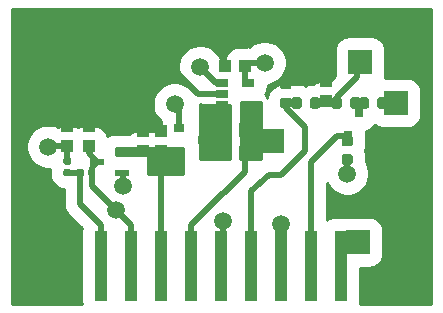
<source format=gbr>
G04 #@! TF.GenerationSoftware,KiCad,Pcbnew,5.1.5+dfsg1-2~bpo9+1*
G04 #@! TF.CreationDate,2020-06-16T11:15:04-04:00*
G04 #@! TF.ProjectId,driver_card,64726976-6572-45f6-9361-72642e6b6963,rev?*
G04 #@! TF.SameCoordinates,PX649cd60PY6d321a0*
G04 #@! TF.FileFunction,Copper,L1,Top*
G04 #@! TF.FilePolarity,Positive*
%FSLAX46Y46*%
G04 Gerber Fmt 4.6, Leading zero omitted, Abs format (unit mm)*
G04 Created by KiCad (PCBNEW 5.1.5+dfsg1-2~bpo9+1) date 2020-06-16 11:15:04*
%MOMM*%
%LPD*%
G04 APERTURE LIST*
%ADD10R,1.018540X5.999480*%
%ADD11R,1.099820X0.998220*%
%ADD12R,0.998220X1.099820*%
%ADD13R,2.000000X2.000000*%
%ADD14C,0.150000*%
%ADD15R,1.300000X0.600000*%
%ADD16R,1.060000X0.650000*%
%ADD17R,0.900000X0.800000*%
%ADD18R,0.800000X0.900000*%
%ADD19C,1.500000*%
%ADD20C,0.500000*%
%ADD21C,0.254000*%
G04 APERTURE END LIST*
D10*
X27960000Y-21900000D03*
X25420000Y-21900000D03*
X22880000Y-21900000D03*
X20340000Y-21900000D03*
X17800000Y-21900000D03*
X15260000Y-21900000D03*
X12720000Y-21900000D03*
X10180000Y-21900000D03*
X7640000Y-21900000D03*
X5100000Y-21900000D03*
D11*
X19848360Y-5000000D03*
X18151640Y-5000000D03*
D12*
X4800000Y-10051640D03*
X4800000Y-11748360D03*
X12700000Y-12148360D03*
X12700000Y-10451640D03*
X11200000Y-12148360D03*
X11200000Y-10451640D03*
X6600000Y-11748360D03*
X6600000Y-10051640D03*
X26700000Y-7948360D03*
X26700000Y-6251640D03*
D13*
X22100000Y-11300000D03*
X29600000Y-4600000D03*
G04 #@! TA.AperFunction,SMDPad,CuDef*
D14*
G36*
X28777691Y-12451053D02*
G01*
X28798926Y-12454203D01*
X28819750Y-12459419D01*
X28839962Y-12466651D01*
X28859368Y-12475830D01*
X28877781Y-12486866D01*
X28895024Y-12499654D01*
X28910930Y-12514070D01*
X28925346Y-12529976D01*
X28938134Y-12547219D01*
X28949170Y-12565632D01*
X28958349Y-12585038D01*
X28965581Y-12605250D01*
X28970797Y-12626074D01*
X28973947Y-12647309D01*
X28975000Y-12668750D01*
X28975000Y-13106250D01*
X28973947Y-13127691D01*
X28970797Y-13148926D01*
X28965581Y-13169750D01*
X28958349Y-13189962D01*
X28949170Y-13209368D01*
X28938134Y-13227781D01*
X28925346Y-13245024D01*
X28910930Y-13260930D01*
X28895024Y-13275346D01*
X28877781Y-13288134D01*
X28859368Y-13299170D01*
X28839962Y-13308349D01*
X28819750Y-13315581D01*
X28798926Y-13320797D01*
X28777691Y-13323947D01*
X28756250Y-13325000D01*
X28243750Y-13325000D01*
X28222309Y-13323947D01*
X28201074Y-13320797D01*
X28180250Y-13315581D01*
X28160038Y-13308349D01*
X28140632Y-13299170D01*
X28122219Y-13288134D01*
X28104976Y-13275346D01*
X28089070Y-13260930D01*
X28074654Y-13245024D01*
X28061866Y-13227781D01*
X28050830Y-13209368D01*
X28041651Y-13189962D01*
X28034419Y-13169750D01*
X28029203Y-13148926D01*
X28026053Y-13127691D01*
X28025000Y-13106250D01*
X28025000Y-12668750D01*
X28026053Y-12647309D01*
X28029203Y-12626074D01*
X28034419Y-12605250D01*
X28041651Y-12585038D01*
X28050830Y-12565632D01*
X28061866Y-12547219D01*
X28074654Y-12529976D01*
X28089070Y-12514070D01*
X28104976Y-12499654D01*
X28122219Y-12486866D01*
X28140632Y-12475830D01*
X28160038Y-12466651D01*
X28180250Y-12459419D01*
X28201074Y-12454203D01*
X28222309Y-12451053D01*
X28243750Y-12450000D01*
X28756250Y-12450000D01*
X28777691Y-12451053D01*
G37*
G04 #@! TD.AperFunction*
G04 #@! TA.AperFunction,SMDPad,CuDef*
G36*
X28777691Y-10876053D02*
G01*
X28798926Y-10879203D01*
X28819750Y-10884419D01*
X28839962Y-10891651D01*
X28859368Y-10900830D01*
X28877781Y-10911866D01*
X28895024Y-10924654D01*
X28910930Y-10939070D01*
X28925346Y-10954976D01*
X28938134Y-10972219D01*
X28949170Y-10990632D01*
X28958349Y-11010038D01*
X28965581Y-11030250D01*
X28970797Y-11051074D01*
X28973947Y-11072309D01*
X28975000Y-11093750D01*
X28975000Y-11531250D01*
X28973947Y-11552691D01*
X28970797Y-11573926D01*
X28965581Y-11594750D01*
X28958349Y-11614962D01*
X28949170Y-11634368D01*
X28938134Y-11652781D01*
X28925346Y-11670024D01*
X28910930Y-11685930D01*
X28895024Y-11700346D01*
X28877781Y-11713134D01*
X28859368Y-11724170D01*
X28839962Y-11733349D01*
X28819750Y-11740581D01*
X28798926Y-11745797D01*
X28777691Y-11748947D01*
X28756250Y-11750000D01*
X28243750Y-11750000D01*
X28222309Y-11748947D01*
X28201074Y-11745797D01*
X28180250Y-11740581D01*
X28160038Y-11733349D01*
X28140632Y-11724170D01*
X28122219Y-11713134D01*
X28104976Y-11700346D01*
X28089070Y-11685930D01*
X28074654Y-11670024D01*
X28061866Y-11652781D01*
X28050830Y-11634368D01*
X28041651Y-11614962D01*
X28034419Y-11594750D01*
X28029203Y-11573926D01*
X28026053Y-11552691D01*
X28025000Y-11531250D01*
X28025000Y-11093750D01*
X28026053Y-11072309D01*
X28029203Y-11051074D01*
X28034419Y-11030250D01*
X28041651Y-11010038D01*
X28050830Y-10990632D01*
X28061866Y-10972219D01*
X28074654Y-10954976D01*
X28089070Y-10939070D01*
X28104976Y-10924654D01*
X28122219Y-10911866D01*
X28140632Y-10900830D01*
X28160038Y-10891651D01*
X28180250Y-10884419D01*
X28201074Y-10879203D01*
X28222309Y-10876053D01*
X28243750Y-10875000D01*
X28756250Y-10875000D01*
X28777691Y-10876053D01*
G37*
G04 #@! TD.AperFunction*
D13*
X29400000Y-19900000D03*
X32600000Y-8100000D03*
D15*
X9450000Y-14050000D03*
X9450000Y-12150000D03*
X7350000Y-13100000D03*
G04 #@! TA.AperFunction,SMDPad,CuDef*
D14*
G36*
X29427691Y-7626053D02*
G01*
X29448926Y-7629203D01*
X29469750Y-7634419D01*
X29489962Y-7641651D01*
X29509368Y-7650830D01*
X29527781Y-7661866D01*
X29545024Y-7674654D01*
X29560930Y-7689070D01*
X29575346Y-7704976D01*
X29588134Y-7722219D01*
X29599170Y-7740632D01*
X29608349Y-7760038D01*
X29615581Y-7780250D01*
X29620797Y-7801074D01*
X29623947Y-7822309D01*
X29625000Y-7843750D01*
X29625000Y-8356250D01*
X29623947Y-8377691D01*
X29620797Y-8398926D01*
X29615581Y-8419750D01*
X29608349Y-8439962D01*
X29599170Y-8459368D01*
X29588134Y-8477781D01*
X29575346Y-8495024D01*
X29560930Y-8510930D01*
X29545024Y-8525346D01*
X29527781Y-8538134D01*
X29509368Y-8549170D01*
X29489962Y-8558349D01*
X29469750Y-8565581D01*
X29448926Y-8570797D01*
X29427691Y-8573947D01*
X29406250Y-8575000D01*
X28968750Y-8575000D01*
X28947309Y-8573947D01*
X28926074Y-8570797D01*
X28905250Y-8565581D01*
X28885038Y-8558349D01*
X28865632Y-8549170D01*
X28847219Y-8538134D01*
X28829976Y-8525346D01*
X28814070Y-8510930D01*
X28799654Y-8495024D01*
X28786866Y-8477781D01*
X28775830Y-8459368D01*
X28766651Y-8439962D01*
X28759419Y-8419750D01*
X28754203Y-8398926D01*
X28751053Y-8377691D01*
X28750000Y-8356250D01*
X28750000Y-7843750D01*
X28751053Y-7822309D01*
X28754203Y-7801074D01*
X28759419Y-7780250D01*
X28766651Y-7760038D01*
X28775830Y-7740632D01*
X28786866Y-7722219D01*
X28799654Y-7704976D01*
X28814070Y-7689070D01*
X28829976Y-7674654D01*
X28847219Y-7661866D01*
X28865632Y-7650830D01*
X28885038Y-7641651D01*
X28905250Y-7634419D01*
X28926074Y-7629203D01*
X28947309Y-7626053D01*
X28968750Y-7625000D01*
X29406250Y-7625000D01*
X29427691Y-7626053D01*
G37*
G04 #@! TD.AperFunction*
G04 #@! TA.AperFunction,SMDPad,CuDef*
G36*
X27852691Y-7626053D02*
G01*
X27873926Y-7629203D01*
X27894750Y-7634419D01*
X27914962Y-7641651D01*
X27934368Y-7650830D01*
X27952781Y-7661866D01*
X27970024Y-7674654D01*
X27985930Y-7689070D01*
X28000346Y-7704976D01*
X28013134Y-7722219D01*
X28024170Y-7740632D01*
X28033349Y-7760038D01*
X28040581Y-7780250D01*
X28045797Y-7801074D01*
X28048947Y-7822309D01*
X28050000Y-7843750D01*
X28050000Y-8356250D01*
X28048947Y-8377691D01*
X28045797Y-8398926D01*
X28040581Y-8419750D01*
X28033349Y-8439962D01*
X28024170Y-8459368D01*
X28013134Y-8477781D01*
X28000346Y-8495024D01*
X27985930Y-8510930D01*
X27970024Y-8525346D01*
X27952781Y-8538134D01*
X27934368Y-8549170D01*
X27914962Y-8558349D01*
X27894750Y-8565581D01*
X27873926Y-8570797D01*
X27852691Y-8573947D01*
X27831250Y-8575000D01*
X27393750Y-8575000D01*
X27372309Y-8573947D01*
X27351074Y-8570797D01*
X27330250Y-8565581D01*
X27310038Y-8558349D01*
X27290632Y-8549170D01*
X27272219Y-8538134D01*
X27254976Y-8525346D01*
X27239070Y-8510930D01*
X27224654Y-8495024D01*
X27211866Y-8477781D01*
X27200830Y-8459368D01*
X27191651Y-8439962D01*
X27184419Y-8419750D01*
X27179203Y-8398926D01*
X27176053Y-8377691D01*
X27175000Y-8356250D01*
X27175000Y-7843750D01*
X27176053Y-7822309D01*
X27179203Y-7801074D01*
X27184419Y-7780250D01*
X27191651Y-7760038D01*
X27200830Y-7740632D01*
X27211866Y-7722219D01*
X27224654Y-7704976D01*
X27239070Y-7689070D01*
X27254976Y-7674654D01*
X27272219Y-7661866D01*
X27290632Y-7650830D01*
X27310038Y-7641651D01*
X27330250Y-7634419D01*
X27351074Y-7629203D01*
X27372309Y-7626053D01*
X27393750Y-7625000D01*
X27831250Y-7625000D01*
X27852691Y-7626053D01*
G37*
G04 #@! TD.AperFunction*
D16*
X20100000Y-6400000D03*
X20100000Y-8300000D03*
X17900000Y-8300000D03*
X17900000Y-7350000D03*
X17900000Y-6400000D03*
G04 #@! TA.AperFunction,SMDPad,CuDef*
D14*
G36*
X18230142Y-11601174D02*
G01*
X18253803Y-11604684D01*
X18277007Y-11610496D01*
X18299529Y-11618554D01*
X18321153Y-11628782D01*
X18341670Y-11641079D01*
X18360883Y-11655329D01*
X18378607Y-11671393D01*
X18394671Y-11689117D01*
X18408921Y-11708330D01*
X18421218Y-11728847D01*
X18431446Y-11750471D01*
X18439504Y-11772993D01*
X18445316Y-11796197D01*
X18448826Y-11819858D01*
X18450000Y-11843750D01*
X18450000Y-12756250D01*
X18448826Y-12780142D01*
X18445316Y-12803803D01*
X18439504Y-12827007D01*
X18431446Y-12849529D01*
X18421218Y-12871153D01*
X18408921Y-12891670D01*
X18394671Y-12910883D01*
X18378607Y-12928607D01*
X18360883Y-12944671D01*
X18341670Y-12958921D01*
X18321153Y-12971218D01*
X18299529Y-12981446D01*
X18277007Y-12989504D01*
X18253803Y-12995316D01*
X18230142Y-12998826D01*
X18206250Y-13000000D01*
X17718750Y-13000000D01*
X17694858Y-12998826D01*
X17671197Y-12995316D01*
X17647993Y-12989504D01*
X17625471Y-12981446D01*
X17603847Y-12971218D01*
X17583330Y-12958921D01*
X17564117Y-12944671D01*
X17546393Y-12928607D01*
X17530329Y-12910883D01*
X17516079Y-12891670D01*
X17503782Y-12871153D01*
X17493554Y-12849529D01*
X17485496Y-12827007D01*
X17479684Y-12803803D01*
X17476174Y-12780142D01*
X17475000Y-12756250D01*
X17475000Y-11843750D01*
X17476174Y-11819858D01*
X17479684Y-11796197D01*
X17485496Y-11772993D01*
X17493554Y-11750471D01*
X17503782Y-11728847D01*
X17516079Y-11708330D01*
X17530329Y-11689117D01*
X17546393Y-11671393D01*
X17564117Y-11655329D01*
X17583330Y-11641079D01*
X17603847Y-11628782D01*
X17625471Y-11618554D01*
X17647993Y-11610496D01*
X17671197Y-11604684D01*
X17694858Y-11601174D01*
X17718750Y-11600000D01*
X18206250Y-11600000D01*
X18230142Y-11601174D01*
G37*
G04 #@! TD.AperFunction*
G04 #@! TA.AperFunction,SMDPad,CuDef*
G36*
X20105142Y-11601174D02*
G01*
X20128803Y-11604684D01*
X20152007Y-11610496D01*
X20174529Y-11618554D01*
X20196153Y-11628782D01*
X20216670Y-11641079D01*
X20235883Y-11655329D01*
X20253607Y-11671393D01*
X20269671Y-11689117D01*
X20283921Y-11708330D01*
X20296218Y-11728847D01*
X20306446Y-11750471D01*
X20314504Y-11772993D01*
X20320316Y-11796197D01*
X20323826Y-11819858D01*
X20325000Y-11843750D01*
X20325000Y-12756250D01*
X20323826Y-12780142D01*
X20320316Y-12803803D01*
X20314504Y-12827007D01*
X20306446Y-12849529D01*
X20296218Y-12871153D01*
X20283921Y-12891670D01*
X20269671Y-12910883D01*
X20253607Y-12928607D01*
X20235883Y-12944671D01*
X20216670Y-12958921D01*
X20196153Y-12971218D01*
X20174529Y-12981446D01*
X20152007Y-12989504D01*
X20128803Y-12995316D01*
X20105142Y-12998826D01*
X20081250Y-13000000D01*
X19593750Y-13000000D01*
X19569858Y-12998826D01*
X19546197Y-12995316D01*
X19522993Y-12989504D01*
X19500471Y-12981446D01*
X19478847Y-12971218D01*
X19458330Y-12958921D01*
X19439117Y-12944671D01*
X19421393Y-12928607D01*
X19405329Y-12910883D01*
X19391079Y-12891670D01*
X19378782Y-12871153D01*
X19368554Y-12849529D01*
X19360496Y-12827007D01*
X19354684Y-12803803D01*
X19351174Y-12780142D01*
X19350000Y-12756250D01*
X19350000Y-11843750D01*
X19351174Y-11819858D01*
X19354684Y-11796197D01*
X19360496Y-11772993D01*
X19368554Y-11750471D01*
X19378782Y-11728847D01*
X19391079Y-11708330D01*
X19405329Y-11689117D01*
X19421393Y-11671393D01*
X19439117Y-11655329D01*
X19458330Y-11641079D01*
X19478847Y-11628782D01*
X19500471Y-11618554D01*
X19522993Y-11610496D01*
X19546197Y-11604684D01*
X19569858Y-11601174D01*
X19593750Y-11600000D01*
X20081250Y-11600000D01*
X20105142Y-11601174D01*
G37*
G04 #@! TD.AperFunction*
G04 #@! TA.AperFunction,SMDPad,CuDef*
G36*
X18230142Y-9701174D02*
G01*
X18253803Y-9704684D01*
X18277007Y-9710496D01*
X18299529Y-9718554D01*
X18321153Y-9728782D01*
X18341670Y-9741079D01*
X18360883Y-9755329D01*
X18378607Y-9771393D01*
X18394671Y-9789117D01*
X18408921Y-9808330D01*
X18421218Y-9828847D01*
X18431446Y-9850471D01*
X18439504Y-9872993D01*
X18445316Y-9896197D01*
X18448826Y-9919858D01*
X18450000Y-9943750D01*
X18450000Y-10856250D01*
X18448826Y-10880142D01*
X18445316Y-10903803D01*
X18439504Y-10927007D01*
X18431446Y-10949529D01*
X18421218Y-10971153D01*
X18408921Y-10991670D01*
X18394671Y-11010883D01*
X18378607Y-11028607D01*
X18360883Y-11044671D01*
X18341670Y-11058921D01*
X18321153Y-11071218D01*
X18299529Y-11081446D01*
X18277007Y-11089504D01*
X18253803Y-11095316D01*
X18230142Y-11098826D01*
X18206250Y-11100000D01*
X17718750Y-11100000D01*
X17694858Y-11098826D01*
X17671197Y-11095316D01*
X17647993Y-11089504D01*
X17625471Y-11081446D01*
X17603847Y-11071218D01*
X17583330Y-11058921D01*
X17564117Y-11044671D01*
X17546393Y-11028607D01*
X17530329Y-11010883D01*
X17516079Y-10991670D01*
X17503782Y-10971153D01*
X17493554Y-10949529D01*
X17485496Y-10927007D01*
X17479684Y-10903803D01*
X17476174Y-10880142D01*
X17475000Y-10856250D01*
X17475000Y-9943750D01*
X17476174Y-9919858D01*
X17479684Y-9896197D01*
X17485496Y-9872993D01*
X17493554Y-9850471D01*
X17503782Y-9828847D01*
X17516079Y-9808330D01*
X17530329Y-9789117D01*
X17546393Y-9771393D01*
X17564117Y-9755329D01*
X17583330Y-9741079D01*
X17603847Y-9728782D01*
X17625471Y-9718554D01*
X17647993Y-9710496D01*
X17671197Y-9704684D01*
X17694858Y-9701174D01*
X17718750Y-9700000D01*
X18206250Y-9700000D01*
X18230142Y-9701174D01*
G37*
G04 #@! TD.AperFunction*
G04 #@! TA.AperFunction,SMDPad,CuDef*
G36*
X20105142Y-9701174D02*
G01*
X20128803Y-9704684D01*
X20152007Y-9710496D01*
X20174529Y-9718554D01*
X20196153Y-9728782D01*
X20216670Y-9741079D01*
X20235883Y-9755329D01*
X20253607Y-9771393D01*
X20269671Y-9789117D01*
X20283921Y-9808330D01*
X20296218Y-9828847D01*
X20306446Y-9850471D01*
X20314504Y-9872993D01*
X20320316Y-9896197D01*
X20323826Y-9919858D01*
X20325000Y-9943750D01*
X20325000Y-10856250D01*
X20323826Y-10880142D01*
X20320316Y-10903803D01*
X20314504Y-10927007D01*
X20306446Y-10949529D01*
X20296218Y-10971153D01*
X20283921Y-10991670D01*
X20269671Y-11010883D01*
X20253607Y-11028607D01*
X20235883Y-11044671D01*
X20216670Y-11058921D01*
X20196153Y-11071218D01*
X20174529Y-11081446D01*
X20152007Y-11089504D01*
X20128803Y-11095316D01*
X20105142Y-11098826D01*
X20081250Y-11100000D01*
X19593750Y-11100000D01*
X19569858Y-11098826D01*
X19546197Y-11095316D01*
X19522993Y-11089504D01*
X19500471Y-11081446D01*
X19478847Y-11071218D01*
X19458330Y-11058921D01*
X19439117Y-11044671D01*
X19421393Y-11028607D01*
X19405329Y-11010883D01*
X19391079Y-10991670D01*
X19378782Y-10971153D01*
X19368554Y-10949529D01*
X19360496Y-10927007D01*
X19354684Y-10903803D01*
X19351174Y-10880142D01*
X19350000Y-10856250D01*
X19350000Y-9943750D01*
X19351174Y-9919858D01*
X19354684Y-9896197D01*
X19360496Y-9872993D01*
X19368554Y-9850471D01*
X19378782Y-9828847D01*
X19391079Y-9808330D01*
X19405329Y-9789117D01*
X19421393Y-9771393D01*
X19439117Y-9755329D01*
X19458330Y-9741079D01*
X19478847Y-9728782D01*
X19500471Y-9718554D01*
X19522993Y-9710496D01*
X19546197Y-9704684D01*
X19569858Y-9701174D01*
X19593750Y-9700000D01*
X20081250Y-9700000D01*
X20105142Y-9701174D01*
G37*
G04 #@! TD.AperFunction*
G04 #@! TA.AperFunction,SMDPad,CuDef*
G36*
X6076958Y-13680710D02*
G01*
X6091276Y-13682834D01*
X6105317Y-13686351D01*
X6118946Y-13691228D01*
X6132031Y-13697417D01*
X6144447Y-13704858D01*
X6156073Y-13713481D01*
X6166798Y-13723202D01*
X6176519Y-13733927D01*
X6185142Y-13745553D01*
X6192583Y-13757969D01*
X6198772Y-13771054D01*
X6203649Y-13784683D01*
X6207166Y-13798724D01*
X6209290Y-13813042D01*
X6210000Y-13827500D01*
X6210000Y-14172500D01*
X6209290Y-14186958D01*
X6207166Y-14201276D01*
X6203649Y-14215317D01*
X6198772Y-14228946D01*
X6192583Y-14242031D01*
X6185142Y-14254447D01*
X6176519Y-14266073D01*
X6166798Y-14276798D01*
X6156073Y-14286519D01*
X6144447Y-14295142D01*
X6132031Y-14302583D01*
X6118946Y-14308772D01*
X6105317Y-14313649D01*
X6091276Y-14317166D01*
X6076958Y-14319290D01*
X6062500Y-14320000D01*
X5767500Y-14320000D01*
X5753042Y-14319290D01*
X5738724Y-14317166D01*
X5724683Y-14313649D01*
X5711054Y-14308772D01*
X5697969Y-14302583D01*
X5685553Y-14295142D01*
X5673927Y-14286519D01*
X5663202Y-14276798D01*
X5653481Y-14266073D01*
X5644858Y-14254447D01*
X5637417Y-14242031D01*
X5631228Y-14228946D01*
X5626351Y-14215317D01*
X5622834Y-14201276D01*
X5620710Y-14186958D01*
X5620000Y-14172500D01*
X5620000Y-13827500D01*
X5620710Y-13813042D01*
X5622834Y-13798724D01*
X5626351Y-13784683D01*
X5631228Y-13771054D01*
X5637417Y-13757969D01*
X5644858Y-13745553D01*
X5653481Y-13733927D01*
X5663202Y-13723202D01*
X5673927Y-13713481D01*
X5685553Y-13704858D01*
X5697969Y-13697417D01*
X5711054Y-13691228D01*
X5724683Y-13686351D01*
X5738724Y-13682834D01*
X5753042Y-13680710D01*
X5767500Y-13680000D01*
X6062500Y-13680000D01*
X6076958Y-13680710D01*
G37*
G04 #@! TD.AperFunction*
G04 #@! TA.AperFunction,SMDPad,CuDef*
G36*
X7046958Y-13680710D02*
G01*
X7061276Y-13682834D01*
X7075317Y-13686351D01*
X7088946Y-13691228D01*
X7102031Y-13697417D01*
X7114447Y-13704858D01*
X7126073Y-13713481D01*
X7136798Y-13723202D01*
X7146519Y-13733927D01*
X7155142Y-13745553D01*
X7162583Y-13757969D01*
X7168772Y-13771054D01*
X7173649Y-13784683D01*
X7177166Y-13798724D01*
X7179290Y-13813042D01*
X7180000Y-13827500D01*
X7180000Y-14172500D01*
X7179290Y-14186958D01*
X7177166Y-14201276D01*
X7173649Y-14215317D01*
X7168772Y-14228946D01*
X7162583Y-14242031D01*
X7155142Y-14254447D01*
X7146519Y-14266073D01*
X7136798Y-14276798D01*
X7126073Y-14286519D01*
X7114447Y-14295142D01*
X7102031Y-14302583D01*
X7088946Y-14308772D01*
X7075317Y-14313649D01*
X7061276Y-14317166D01*
X7046958Y-14319290D01*
X7032500Y-14320000D01*
X6737500Y-14320000D01*
X6723042Y-14319290D01*
X6708724Y-14317166D01*
X6694683Y-14313649D01*
X6681054Y-14308772D01*
X6667969Y-14302583D01*
X6655553Y-14295142D01*
X6643927Y-14286519D01*
X6633202Y-14276798D01*
X6623481Y-14266073D01*
X6614858Y-14254447D01*
X6607417Y-14242031D01*
X6601228Y-14228946D01*
X6596351Y-14215317D01*
X6592834Y-14201276D01*
X6590710Y-14186958D01*
X6590000Y-14172500D01*
X6590000Y-13827500D01*
X6590710Y-13813042D01*
X6592834Y-13798724D01*
X6596351Y-13784683D01*
X6601228Y-13771054D01*
X6607417Y-13757969D01*
X6614858Y-13745553D01*
X6623481Y-13733927D01*
X6633202Y-13723202D01*
X6643927Y-13713481D01*
X6655553Y-13704858D01*
X6667969Y-13697417D01*
X6681054Y-13691228D01*
X6694683Y-13686351D01*
X6708724Y-13682834D01*
X6723042Y-13680710D01*
X6737500Y-13680000D01*
X7032500Y-13680000D01*
X7046958Y-13680710D01*
G37*
G04 #@! TD.AperFunction*
G04 #@! TA.AperFunction,SMDPad,CuDef*
G36*
X4986958Y-12720710D02*
G01*
X5001276Y-12722834D01*
X5015317Y-12726351D01*
X5028946Y-12731228D01*
X5042031Y-12737417D01*
X5054447Y-12744858D01*
X5066073Y-12753481D01*
X5076798Y-12763202D01*
X5086519Y-12773927D01*
X5095142Y-12785553D01*
X5102583Y-12797969D01*
X5108772Y-12811054D01*
X5113649Y-12824683D01*
X5117166Y-12838724D01*
X5119290Y-12853042D01*
X5120000Y-12867500D01*
X5120000Y-13162500D01*
X5119290Y-13176958D01*
X5117166Y-13191276D01*
X5113649Y-13205317D01*
X5108772Y-13218946D01*
X5102583Y-13232031D01*
X5095142Y-13244447D01*
X5086519Y-13256073D01*
X5076798Y-13266798D01*
X5066073Y-13276519D01*
X5054447Y-13285142D01*
X5042031Y-13292583D01*
X5028946Y-13298772D01*
X5015317Y-13303649D01*
X5001276Y-13307166D01*
X4986958Y-13309290D01*
X4972500Y-13310000D01*
X4627500Y-13310000D01*
X4613042Y-13309290D01*
X4598724Y-13307166D01*
X4584683Y-13303649D01*
X4571054Y-13298772D01*
X4557969Y-13292583D01*
X4545553Y-13285142D01*
X4533927Y-13276519D01*
X4523202Y-13266798D01*
X4513481Y-13256073D01*
X4504858Y-13244447D01*
X4497417Y-13232031D01*
X4491228Y-13218946D01*
X4486351Y-13205317D01*
X4482834Y-13191276D01*
X4480710Y-13176958D01*
X4480000Y-13162500D01*
X4480000Y-12867500D01*
X4480710Y-12853042D01*
X4482834Y-12838724D01*
X4486351Y-12824683D01*
X4491228Y-12811054D01*
X4497417Y-12797969D01*
X4504858Y-12785553D01*
X4513481Y-12773927D01*
X4523202Y-12763202D01*
X4533927Y-12753481D01*
X4545553Y-12744858D01*
X4557969Y-12737417D01*
X4571054Y-12731228D01*
X4584683Y-12726351D01*
X4598724Y-12722834D01*
X4613042Y-12720710D01*
X4627500Y-12720000D01*
X4972500Y-12720000D01*
X4986958Y-12720710D01*
G37*
G04 #@! TD.AperFunction*
G04 #@! TA.AperFunction,SMDPad,CuDef*
G36*
X4986958Y-13690710D02*
G01*
X5001276Y-13692834D01*
X5015317Y-13696351D01*
X5028946Y-13701228D01*
X5042031Y-13707417D01*
X5054447Y-13714858D01*
X5066073Y-13723481D01*
X5076798Y-13733202D01*
X5086519Y-13743927D01*
X5095142Y-13755553D01*
X5102583Y-13767969D01*
X5108772Y-13781054D01*
X5113649Y-13794683D01*
X5117166Y-13808724D01*
X5119290Y-13823042D01*
X5120000Y-13837500D01*
X5120000Y-14132500D01*
X5119290Y-14146958D01*
X5117166Y-14161276D01*
X5113649Y-14175317D01*
X5108772Y-14188946D01*
X5102583Y-14202031D01*
X5095142Y-14214447D01*
X5086519Y-14226073D01*
X5076798Y-14236798D01*
X5066073Y-14246519D01*
X5054447Y-14255142D01*
X5042031Y-14262583D01*
X5028946Y-14268772D01*
X5015317Y-14273649D01*
X5001276Y-14277166D01*
X4986958Y-14279290D01*
X4972500Y-14280000D01*
X4627500Y-14280000D01*
X4613042Y-14279290D01*
X4598724Y-14277166D01*
X4584683Y-14273649D01*
X4571054Y-14268772D01*
X4557969Y-14262583D01*
X4545553Y-14255142D01*
X4533927Y-14246519D01*
X4523202Y-14236798D01*
X4513481Y-14226073D01*
X4504858Y-14214447D01*
X4497417Y-14202031D01*
X4491228Y-14188946D01*
X4486351Y-14175317D01*
X4482834Y-14161276D01*
X4480710Y-14146958D01*
X4480000Y-14132500D01*
X4480000Y-13837500D01*
X4480710Y-13823042D01*
X4482834Y-13808724D01*
X4486351Y-13794683D01*
X4491228Y-13781054D01*
X4497417Y-13767969D01*
X4504858Y-13755553D01*
X4513481Y-13743927D01*
X4523202Y-13733202D01*
X4533927Y-13723481D01*
X4545553Y-13714858D01*
X4557969Y-13707417D01*
X4571054Y-13701228D01*
X4584683Y-13696351D01*
X4598724Y-13692834D01*
X4613042Y-13690710D01*
X4627500Y-13690000D01*
X4972500Y-13690000D01*
X4986958Y-13690710D01*
G37*
G04 #@! TD.AperFunction*
G04 #@! TA.AperFunction,SMDPad,CuDef*
G36*
X23577691Y-7638554D02*
G01*
X23598926Y-7641704D01*
X23619750Y-7646920D01*
X23639962Y-7654152D01*
X23659368Y-7663331D01*
X23677781Y-7674367D01*
X23695024Y-7687155D01*
X23710930Y-7701571D01*
X23725346Y-7717477D01*
X23738134Y-7734720D01*
X23749170Y-7753133D01*
X23758349Y-7772539D01*
X23765581Y-7792751D01*
X23770797Y-7813575D01*
X23773947Y-7834810D01*
X23775000Y-7856251D01*
X23775000Y-8293751D01*
X23773947Y-8315192D01*
X23770797Y-8336427D01*
X23765581Y-8357251D01*
X23758349Y-8377463D01*
X23749170Y-8396869D01*
X23738134Y-8415282D01*
X23725346Y-8432525D01*
X23710930Y-8448431D01*
X23695024Y-8462847D01*
X23677781Y-8475635D01*
X23659368Y-8486671D01*
X23639962Y-8495850D01*
X23619750Y-8503082D01*
X23598926Y-8508298D01*
X23577691Y-8511448D01*
X23556250Y-8512501D01*
X23043750Y-8512501D01*
X23022309Y-8511448D01*
X23001074Y-8508298D01*
X22980250Y-8503082D01*
X22960038Y-8495850D01*
X22940632Y-8486671D01*
X22922219Y-8475635D01*
X22904976Y-8462847D01*
X22889070Y-8448431D01*
X22874654Y-8432525D01*
X22861866Y-8415282D01*
X22850830Y-8396869D01*
X22841651Y-8377463D01*
X22834419Y-8357251D01*
X22829203Y-8336427D01*
X22826053Y-8315192D01*
X22825000Y-8293751D01*
X22825000Y-7856251D01*
X22826053Y-7834810D01*
X22829203Y-7813575D01*
X22834419Y-7792751D01*
X22841651Y-7772539D01*
X22850830Y-7753133D01*
X22861866Y-7734720D01*
X22874654Y-7717477D01*
X22889070Y-7701571D01*
X22904976Y-7687155D01*
X22922219Y-7674367D01*
X22940632Y-7663331D01*
X22960038Y-7654152D01*
X22980250Y-7646920D01*
X23001074Y-7641704D01*
X23022309Y-7638554D01*
X23043750Y-7637501D01*
X23556250Y-7637501D01*
X23577691Y-7638554D01*
G37*
G04 #@! TD.AperFunction*
G04 #@! TA.AperFunction,SMDPad,CuDef*
G36*
X23577691Y-6063554D02*
G01*
X23598926Y-6066704D01*
X23619750Y-6071920D01*
X23639962Y-6079152D01*
X23659368Y-6088331D01*
X23677781Y-6099367D01*
X23695024Y-6112155D01*
X23710930Y-6126571D01*
X23725346Y-6142477D01*
X23738134Y-6159720D01*
X23749170Y-6178133D01*
X23758349Y-6197539D01*
X23765581Y-6217751D01*
X23770797Y-6238575D01*
X23773947Y-6259810D01*
X23775000Y-6281251D01*
X23775000Y-6718751D01*
X23773947Y-6740192D01*
X23770797Y-6761427D01*
X23765581Y-6782251D01*
X23758349Y-6802463D01*
X23749170Y-6821869D01*
X23738134Y-6840282D01*
X23725346Y-6857525D01*
X23710930Y-6873431D01*
X23695024Y-6887847D01*
X23677781Y-6900635D01*
X23659368Y-6911671D01*
X23639962Y-6920850D01*
X23619750Y-6928082D01*
X23598926Y-6933298D01*
X23577691Y-6936448D01*
X23556250Y-6937501D01*
X23043750Y-6937501D01*
X23022309Y-6936448D01*
X23001074Y-6933298D01*
X22980250Y-6928082D01*
X22960038Y-6920850D01*
X22940632Y-6911671D01*
X22922219Y-6900635D01*
X22904976Y-6887847D01*
X22889070Y-6873431D01*
X22874654Y-6857525D01*
X22861866Y-6840282D01*
X22850830Y-6821869D01*
X22841651Y-6802463D01*
X22834419Y-6782251D01*
X22829203Y-6761427D01*
X22826053Y-6740192D01*
X22825000Y-6718751D01*
X22825000Y-6281251D01*
X22826053Y-6259810D01*
X22829203Y-6238575D01*
X22834419Y-6217751D01*
X22841651Y-6197539D01*
X22850830Y-6178133D01*
X22861866Y-6159720D01*
X22874654Y-6142477D01*
X22889070Y-6126571D01*
X22904976Y-6112155D01*
X22922219Y-6099367D01*
X22940632Y-6088331D01*
X22960038Y-6079152D01*
X22980250Y-6071920D01*
X23001074Y-6066704D01*
X23022309Y-6063554D01*
X23043750Y-6062501D01*
X23556250Y-6062501D01*
X23577691Y-6063554D01*
G37*
G04 #@! TD.AperFunction*
G04 #@! TA.AperFunction,SMDPad,CuDef*
G36*
X26027691Y-7626053D02*
G01*
X26048926Y-7629203D01*
X26069750Y-7634419D01*
X26089962Y-7641651D01*
X26109368Y-7650830D01*
X26127781Y-7661866D01*
X26145024Y-7674654D01*
X26160930Y-7689070D01*
X26175346Y-7704976D01*
X26188134Y-7722219D01*
X26199170Y-7740632D01*
X26208349Y-7760038D01*
X26215581Y-7780250D01*
X26220797Y-7801074D01*
X26223947Y-7822309D01*
X26225000Y-7843750D01*
X26225000Y-8356250D01*
X26223947Y-8377691D01*
X26220797Y-8398926D01*
X26215581Y-8419750D01*
X26208349Y-8439962D01*
X26199170Y-8459368D01*
X26188134Y-8477781D01*
X26175346Y-8495024D01*
X26160930Y-8510930D01*
X26145024Y-8525346D01*
X26127781Y-8538134D01*
X26109368Y-8549170D01*
X26089962Y-8558349D01*
X26069750Y-8565581D01*
X26048926Y-8570797D01*
X26027691Y-8573947D01*
X26006250Y-8575000D01*
X25568750Y-8575000D01*
X25547309Y-8573947D01*
X25526074Y-8570797D01*
X25505250Y-8565581D01*
X25485038Y-8558349D01*
X25465632Y-8549170D01*
X25447219Y-8538134D01*
X25429976Y-8525346D01*
X25414070Y-8510930D01*
X25399654Y-8495024D01*
X25386866Y-8477781D01*
X25375830Y-8459368D01*
X25366651Y-8439962D01*
X25359419Y-8419750D01*
X25354203Y-8398926D01*
X25351053Y-8377691D01*
X25350000Y-8356250D01*
X25350000Y-7843750D01*
X25351053Y-7822309D01*
X25354203Y-7801074D01*
X25359419Y-7780250D01*
X25366651Y-7760038D01*
X25375830Y-7740632D01*
X25386866Y-7722219D01*
X25399654Y-7704976D01*
X25414070Y-7689070D01*
X25429976Y-7674654D01*
X25447219Y-7661866D01*
X25465632Y-7650830D01*
X25485038Y-7641651D01*
X25505250Y-7634419D01*
X25526074Y-7629203D01*
X25547309Y-7626053D01*
X25568750Y-7625000D01*
X26006250Y-7625000D01*
X26027691Y-7626053D01*
G37*
G04 #@! TD.AperFunction*
G04 #@! TA.AperFunction,SMDPad,CuDef*
G36*
X24452691Y-7626053D02*
G01*
X24473926Y-7629203D01*
X24494750Y-7634419D01*
X24514962Y-7641651D01*
X24534368Y-7650830D01*
X24552781Y-7661866D01*
X24570024Y-7674654D01*
X24585930Y-7689070D01*
X24600346Y-7704976D01*
X24613134Y-7722219D01*
X24624170Y-7740632D01*
X24633349Y-7760038D01*
X24640581Y-7780250D01*
X24645797Y-7801074D01*
X24648947Y-7822309D01*
X24650000Y-7843750D01*
X24650000Y-8356250D01*
X24648947Y-8377691D01*
X24645797Y-8398926D01*
X24640581Y-8419750D01*
X24633349Y-8439962D01*
X24624170Y-8459368D01*
X24613134Y-8477781D01*
X24600346Y-8495024D01*
X24585930Y-8510930D01*
X24570024Y-8525346D01*
X24552781Y-8538134D01*
X24534368Y-8549170D01*
X24514962Y-8558349D01*
X24494750Y-8565581D01*
X24473926Y-8570797D01*
X24452691Y-8573947D01*
X24431250Y-8575000D01*
X23993750Y-8575000D01*
X23972309Y-8573947D01*
X23951074Y-8570797D01*
X23930250Y-8565581D01*
X23910038Y-8558349D01*
X23890632Y-8549170D01*
X23872219Y-8538134D01*
X23854976Y-8525346D01*
X23839070Y-8510930D01*
X23824654Y-8495024D01*
X23811866Y-8477781D01*
X23800830Y-8459368D01*
X23791651Y-8439962D01*
X23784419Y-8419750D01*
X23779203Y-8398926D01*
X23776053Y-8377691D01*
X23775000Y-8356250D01*
X23775000Y-7843750D01*
X23776053Y-7822309D01*
X23779203Y-7801074D01*
X23784419Y-7780250D01*
X23791651Y-7760038D01*
X23800830Y-7740632D01*
X23811866Y-7722219D01*
X23824654Y-7704976D01*
X23839070Y-7689070D01*
X23854976Y-7674654D01*
X23872219Y-7661866D01*
X23890632Y-7650830D01*
X23910038Y-7641651D01*
X23930250Y-7634419D01*
X23951074Y-7629203D01*
X23972309Y-7626053D01*
X23993750Y-7625000D01*
X24431250Y-7625000D01*
X24452691Y-7626053D01*
G37*
G04 #@! TD.AperFunction*
G04 #@! TA.AperFunction,SMDPad,CuDef*
G36*
X31727691Y-7626053D02*
G01*
X31748926Y-7629203D01*
X31769750Y-7634419D01*
X31789962Y-7641651D01*
X31809368Y-7650830D01*
X31827781Y-7661866D01*
X31845024Y-7674654D01*
X31860930Y-7689070D01*
X31875346Y-7704976D01*
X31888134Y-7722219D01*
X31899170Y-7740632D01*
X31908349Y-7760038D01*
X31915581Y-7780250D01*
X31920797Y-7801074D01*
X31923947Y-7822309D01*
X31925000Y-7843750D01*
X31925000Y-8356250D01*
X31923947Y-8377691D01*
X31920797Y-8398926D01*
X31915581Y-8419750D01*
X31908349Y-8439962D01*
X31899170Y-8459368D01*
X31888134Y-8477781D01*
X31875346Y-8495024D01*
X31860930Y-8510930D01*
X31845024Y-8525346D01*
X31827781Y-8538134D01*
X31809368Y-8549170D01*
X31789962Y-8558349D01*
X31769750Y-8565581D01*
X31748926Y-8570797D01*
X31727691Y-8573947D01*
X31706250Y-8575000D01*
X31268750Y-8575000D01*
X31247309Y-8573947D01*
X31226074Y-8570797D01*
X31205250Y-8565581D01*
X31185038Y-8558349D01*
X31165632Y-8549170D01*
X31147219Y-8538134D01*
X31129976Y-8525346D01*
X31114070Y-8510930D01*
X31099654Y-8495024D01*
X31086866Y-8477781D01*
X31075830Y-8459368D01*
X31066651Y-8439962D01*
X31059419Y-8419750D01*
X31054203Y-8398926D01*
X31051053Y-8377691D01*
X31050000Y-8356250D01*
X31050000Y-7843750D01*
X31051053Y-7822309D01*
X31054203Y-7801074D01*
X31059419Y-7780250D01*
X31066651Y-7760038D01*
X31075830Y-7740632D01*
X31086866Y-7722219D01*
X31099654Y-7704976D01*
X31114070Y-7689070D01*
X31129976Y-7674654D01*
X31147219Y-7661866D01*
X31165632Y-7650830D01*
X31185038Y-7641651D01*
X31205250Y-7634419D01*
X31226074Y-7629203D01*
X31247309Y-7626053D01*
X31268750Y-7625000D01*
X31706250Y-7625000D01*
X31727691Y-7626053D01*
G37*
G04 #@! TD.AperFunction*
G04 #@! TA.AperFunction,SMDPad,CuDef*
G36*
X30152691Y-7626053D02*
G01*
X30173926Y-7629203D01*
X30194750Y-7634419D01*
X30214962Y-7641651D01*
X30234368Y-7650830D01*
X30252781Y-7661866D01*
X30270024Y-7674654D01*
X30285930Y-7689070D01*
X30300346Y-7704976D01*
X30313134Y-7722219D01*
X30324170Y-7740632D01*
X30333349Y-7760038D01*
X30340581Y-7780250D01*
X30345797Y-7801074D01*
X30348947Y-7822309D01*
X30350000Y-7843750D01*
X30350000Y-8356250D01*
X30348947Y-8377691D01*
X30345797Y-8398926D01*
X30340581Y-8419750D01*
X30333349Y-8439962D01*
X30324170Y-8459368D01*
X30313134Y-8477781D01*
X30300346Y-8495024D01*
X30285930Y-8510930D01*
X30270024Y-8525346D01*
X30252781Y-8538134D01*
X30234368Y-8549170D01*
X30214962Y-8558349D01*
X30194750Y-8565581D01*
X30173926Y-8570797D01*
X30152691Y-8573947D01*
X30131250Y-8575000D01*
X29693750Y-8575000D01*
X29672309Y-8573947D01*
X29651074Y-8570797D01*
X29630250Y-8565581D01*
X29610038Y-8558349D01*
X29590632Y-8549170D01*
X29572219Y-8538134D01*
X29554976Y-8525346D01*
X29539070Y-8510930D01*
X29524654Y-8495024D01*
X29511866Y-8477781D01*
X29500830Y-8459368D01*
X29491651Y-8439962D01*
X29484419Y-8419750D01*
X29479203Y-8398926D01*
X29476053Y-8377691D01*
X29475000Y-8356250D01*
X29475000Y-7843750D01*
X29476053Y-7822309D01*
X29479203Y-7801074D01*
X29484419Y-7780250D01*
X29491651Y-7760038D01*
X29500830Y-7740632D01*
X29511866Y-7722219D01*
X29524654Y-7704976D01*
X29539070Y-7689070D01*
X29554976Y-7674654D01*
X29572219Y-7661866D01*
X29590632Y-7650830D01*
X29610038Y-7641651D01*
X29630250Y-7634419D01*
X29651074Y-7629203D01*
X29672309Y-7626053D01*
X29693750Y-7625000D01*
X30131250Y-7625000D01*
X30152691Y-7626053D01*
G37*
G04 #@! TD.AperFunction*
D17*
X16300000Y-11200000D03*
X14300000Y-12150000D03*
X14300000Y-10250000D03*
D18*
X29500000Y-8900000D03*
X30450000Y-10900000D03*
X28550000Y-10900000D03*
D19*
X3200000Y-11800000D03*
X9500000Y-15100000D03*
X28500000Y-14100000D03*
X21500000Y-4700000D03*
X8939870Y-17160130D03*
X13900000Y-8200000D03*
X18000000Y-18100000D03*
X22900000Y-18380260D03*
X16050000Y-5050000D03*
D20*
X17900000Y-7350000D02*
X16150000Y-7350000D01*
X16150000Y-7350000D02*
X15850000Y-7350000D01*
X15850000Y-7350000D02*
X13250000Y-4750000D01*
X3800890Y-11748360D02*
X3749250Y-11800000D01*
X4800000Y-11748360D02*
X3800890Y-11748360D01*
X3749250Y-11800000D02*
X3200000Y-11800000D01*
X3200000Y-11800000D02*
X3200000Y-11800000D01*
X9500000Y-14100000D02*
X9450000Y-14050000D01*
X9500000Y-15100000D02*
X9500000Y-14100000D01*
X4800000Y-13015000D02*
X4800000Y-11748360D01*
X6885000Y-13565000D02*
X7350000Y-13100000D01*
X6885000Y-14000000D02*
X6885000Y-13565000D01*
X6600000Y-12350000D02*
X7350000Y-13100000D01*
X6600000Y-11748360D02*
X6600000Y-12350000D01*
X10180000Y-18400260D02*
X8939870Y-17160130D01*
X10180000Y-21900000D02*
X10180000Y-18400260D01*
X6900000Y-15120260D02*
X6900000Y-14500000D01*
X6885000Y-14485000D02*
X6885000Y-14000000D01*
X6900000Y-14500000D02*
X6885000Y-14485000D01*
X28500000Y-12887500D02*
X28500000Y-13325000D01*
X28500000Y-13325000D02*
X28500000Y-14100000D01*
X28500000Y-14100000D02*
X28500000Y-14100000D01*
X20148360Y-4700000D02*
X19848360Y-5000000D01*
X21500000Y-4700000D02*
X20148360Y-4700000D01*
X19848360Y-6148360D02*
X20100000Y-6400000D01*
X19848360Y-5000000D02*
X19848360Y-6148360D01*
X8939870Y-17160130D02*
X6900000Y-15120260D01*
X19837500Y-12300000D02*
X19837500Y-13962500D01*
X19837500Y-13962500D02*
X18100000Y-15700000D01*
X17960260Y-15700000D02*
X15260000Y-18400260D01*
X15260000Y-18400260D02*
X15260000Y-21900000D01*
X18100000Y-15700000D02*
X17960260Y-15700000D01*
X14300000Y-10250000D02*
X14300000Y-8600000D01*
X14300000Y-8600000D02*
X13900000Y-8200000D01*
X13900000Y-8200000D02*
X13900000Y-8200000D01*
X18000000Y-21700000D02*
X17800000Y-21900000D01*
X18000000Y-18100000D02*
X18000000Y-21700000D01*
X27900000Y-21840000D02*
X27960000Y-21900000D01*
X25420000Y-13130000D02*
X25420000Y-18400260D01*
X25420000Y-18400260D02*
X25420000Y-21900000D01*
X27650000Y-10900000D02*
X25420000Y-13130000D01*
X28550000Y-10900000D02*
X27650000Y-10900000D01*
X12700000Y-21880000D02*
X12720000Y-21900000D01*
X12700000Y-15700000D02*
X12700000Y-12148360D01*
X12700000Y-15287500D02*
X12700000Y-15700000D01*
X12700000Y-15700000D02*
X12700000Y-21880000D01*
X23300000Y-8075001D02*
X23300000Y-8512501D01*
X20340000Y-15560000D02*
X20340000Y-21900000D01*
X23300000Y-8512501D02*
X24900000Y-10112501D01*
X24900000Y-10112501D02*
X24900000Y-12200000D01*
X22900000Y-14200000D02*
X21900000Y-14200000D01*
X21900000Y-14200000D02*
X20340000Y-15560000D01*
X24900000Y-12200000D02*
X22900000Y-14200000D01*
X22880000Y-18400260D02*
X22900000Y-18380260D01*
X22880000Y-21900000D02*
X22880000Y-18400260D01*
X22900000Y-18380260D02*
X22900000Y-18380260D01*
X17400000Y-6400000D02*
X17900000Y-6400000D01*
X16050000Y-5050000D02*
X17400000Y-6400000D01*
X4815000Y-14000000D02*
X4800000Y-13985000D01*
X5915000Y-14000000D02*
X4815000Y-14000000D01*
X5915000Y-16675260D02*
X5915000Y-14320000D01*
X7640000Y-18400260D02*
X5915000Y-16675260D01*
X5915000Y-14320000D02*
X5915000Y-14000000D01*
X7640000Y-21900000D02*
X7640000Y-18400260D01*
X27612500Y-7625000D02*
X29300000Y-5937500D01*
X27612500Y-8100000D02*
X27612500Y-7625000D01*
X29300000Y-4900000D02*
X29600000Y-4600000D01*
X29300000Y-5937500D02*
X29300000Y-4900000D01*
D21*
G36*
X14573000Y-14073000D02*
G01*
X11627000Y-14073000D01*
X11627000Y-12600000D01*
X11624560Y-12575224D01*
X11617333Y-12551399D01*
X11605597Y-12529443D01*
X11589803Y-12510197D01*
X11570557Y-12494403D01*
X11548601Y-12482667D01*
X11524776Y-12475440D01*
X11500000Y-12473000D01*
X8927000Y-12473000D01*
X8927000Y-11927000D01*
X14573000Y-11927000D01*
X14573000Y-14073000D01*
G37*
X14573000Y-14073000D02*
X11627000Y-14073000D01*
X11627000Y-12600000D01*
X11624560Y-12575224D01*
X11617333Y-12551399D01*
X11605597Y-12529443D01*
X11589803Y-12510197D01*
X11570557Y-12494403D01*
X11548601Y-12482667D01*
X11524776Y-12475440D01*
X11500000Y-12473000D01*
X8927000Y-12473000D01*
X8927000Y-11927000D01*
X14573000Y-11927000D01*
X14573000Y-14073000D01*
G36*
X16106523Y-8235000D02*
G01*
X16106533Y-8235000D01*
X16149999Y-8239281D01*
X16193465Y-8235000D01*
X17070627Y-8235000D01*
X17125820Y-8264502D01*
X17245518Y-8300812D01*
X17370000Y-8313072D01*
X18430000Y-8313072D01*
X18554482Y-8300812D01*
X18573000Y-8295195D01*
X18573000Y-12873000D01*
X16027000Y-12873000D01*
X16027000Y-8227168D01*
X16106523Y-8235000D01*
G37*
X16106523Y-8235000D02*
X16106533Y-8235000D01*
X16149999Y-8239281D01*
X16193465Y-8235000D01*
X17070627Y-8235000D01*
X17125820Y-8264502D01*
X17245518Y-8300812D01*
X17370000Y-8313072D01*
X18430000Y-8313072D01*
X18554482Y-8300812D01*
X18573000Y-8295195D01*
X18573000Y-12873000D01*
X16027000Y-12873000D01*
X16027000Y-8227168D01*
X16106523Y-8235000D01*
G36*
X21173000Y-12873000D02*
G01*
X19527000Y-12873000D01*
X19527000Y-8027000D01*
X21173000Y-8027000D01*
X21173000Y-12873000D01*
G37*
X21173000Y-12873000D02*
X19527000Y-12873000D01*
X19527000Y-8027000D01*
X21173000Y-8027000D01*
X21173000Y-12873000D01*
G36*
X35623000Y-25123000D02*
G01*
X29579257Y-25123000D01*
X29579963Y-25120671D01*
X29601723Y-24899740D01*
X29601723Y-22032453D01*
X30400000Y-22032453D01*
X30620931Y-22010693D01*
X30833371Y-21946250D01*
X31029157Y-21841600D01*
X31200765Y-21700765D01*
X31341600Y-21529157D01*
X31446250Y-21333371D01*
X31510693Y-21120931D01*
X31532453Y-20900000D01*
X31532453Y-18900000D01*
X31510693Y-18679069D01*
X31446250Y-18466629D01*
X31341600Y-18270843D01*
X31200765Y-18099235D01*
X31029157Y-17958400D01*
X30833371Y-17853750D01*
X30620931Y-17789307D01*
X30400000Y-17767547D01*
X28400000Y-17767547D01*
X28397360Y-17767807D01*
X27450730Y-17767807D01*
X27229799Y-17789567D01*
X27017359Y-17854010D01*
X26821573Y-17958660D01*
X26797000Y-17978827D01*
X26797000Y-14893432D01*
X26836624Y-14989093D01*
X27042039Y-15296518D01*
X27303482Y-15557961D01*
X27610907Y-15763376D01*
X27952499Y-15904868D01*
X28315132Y-15977000D01*
X28684868Y-15977000D01*
X29047501Y-15904868D01*
X29389093Y-15763376D01*
X29696518Y-15557961D01*
X29957961Y-15296518D01*
X30163376Y-14989093D01*
X30304868Y-14647501D01*
X30377000Y-14284868D01*
X30377000Y-13915132D01*
X30304868Y-13552499D01*
X30163376Y-13210907D01*
X30105654Y-13124519D01*
X30107453Y-13106250D01*
X30107453Y-12668750D01*
X30081490Y-12405143D01*
X30004599Y-12151667D01*
X29976982Y-12100000D01*
X30004599Y-12048333D01*
X30081490Y-11794857D01*
X30107453Y-11531250D01*
X30107453Y-11093750D01*
X30082453Y-10839921D01*
X30082453Y-10464483D01*
X30120931Y-10460693D01*
X30333371Y-10396250D01*
X30529157Y-10291600D01*
X30700765Y-10150765D01*
X30841600Y-9979157D01*
X30857808Y-9948834D01*
X30970843Y-10041600D01*
X31166629Y-10146250D01*
X31379069Y-10210693D01*
X31600000Y-10232453D01*
X33600000Y-10232453D01*
X33820931Y-10210693D01*
X34033371Y-10146250D01*
X34229157Y-10041600D01*
X34400765Y-9900765D01*
X34541600Y-9729157D01*
X34646250Y-9533371D01*
X34710693Y-9320931D01*
X34732453Y-9100000D01*
X34732453Y-7100000D01*
X34710693Y-6879069D01*
X34646250Y-6666629D01*
X34541600Y-6470843D01*
X34400765Y-6299235D01*
X34229157Y-6158400D01*
X34033371Y-6053750D01*
X33820931Y-5989307D01*
X33600000Y-5967547D01*
X31666218Y-5967547D01*
X31710693Y-5820931D01*
X31732453Y-5600000D01*
X31732453Y-3600000D01*
X31710693Y-3379069D01*
X31646250Y-3166629D01*
X31541600Y-2970843D01*
X31400765Y-2799235D01*
X31229157Y-2658400D01*
X31033371Y-2553750D01*
X30820931Y-2489307D01*
X30600000Y-2467547D01*
X28600000Y-2467547D01*
X28379069Y-2489307D01*
X28166629Y-2553750D01*
X27970843Y-2658400D01*
X27799235Y-2799235D01*
X27658400Y-2970843D01*
X27553750Y-3166629D01*
X27489307Y-3379069D01*
X27467547Y-3600000D01*
X27467547Y-5600000D01*
X27487504Y-5802625D01*
X27024132Y-6265997D01*
X26200890Y-6265997D01*
X25979959Y-6287757D01*
X25767519Y-6352200D01*
X25571733Y-6456850D01*
X25522711Y-6497081D01*
X25305143Y-6518510D01*
X25051667Y-6595401D01*
X25000000Y-6623018D01*
X24948333Y-6595401D01*
X24694857Y-6518510D01*
X24431250Y-6492547D01*
X23993750Y-6492547D01*
X23730143Y-6518510D01*
X23721023Y-6521277D01*
X23556250Y-6505048D01*
X23043750Y-6505048D01*
X22780143Y-6531011D01*
X22526667Y-6607902D01*
X22293062Y-6732767D01*
X22088305Y-6900806D01*
X21920266Y-7105563D01*
X21795401Y-7339168D01*
X21718510Y-7592644D01*
X21711945Y-7659300D01*
X21676250Y-7541629D01*
X21573822Y-7350000D01*
X21676250Y-7158371D01*
X21740693Y-6945931D01*
X21762453Y-6725000D01*
X21762453Y-6561567D01*
X22047501Y-6504868D01*
X22389093Y-6363376D01*
X22696518Y-6157961D01*
X22957961Y-5896518D01*
X23163376Y-5589093D01*
X23304868Y-5247501D01*
X23377000Y-4884868D01*
X23377000Y-4515132D01*
X23304868Y-4152499D01*
X23163376Y-3810907D01*
X22957961Y-3503482D01*
X22696518Y-3242039D01*
X22389093Y-3036624D01*
X22047501Y-2895132D01*
X21684868Y-2823000D01*
X21315132Y-2823000D01*
X20952499Y-2895132D01*
X20610907Y-3036624D01*
X20303482Y-3242039D01*
X20222521Y-3323000D01*
X20215999Y-3323000D01*
X20148359Y-3316338D01*
X19878420Y-3342925D01*
X19794318Y-3368437D01*
X19298450Y-3368437D01*
X19077519Y-3390197D01*
X18865079Y-3454640D01*
X18669293Y-3559290D01*
X18497685Y-3700125D01*
X18356850Y-3871733D01*
X18252200Y-4067519D01*
X18187757Y-4279959D01*
X18165997Y-4500890D01*
X18165997Y-4942547D01*
X17927000Y-4942547D01*
X17927000Y-4865132D01*
X17854868Y-4502499D01*
X17713376Y-4160907D01*
X17507961Y-3853482D01*
X17246518Y-3592039D01*
X16939093Y-3386624D01*
X16597501Y-3245132D01*
X16234868Y-3173000D01*
X15865132Y-3173000D01*
X15502499Y-3245132D01*
X15160907Y-3386624D01*
X14853482Y-3592039D01*
X14592039Y-3853482D01*
X14386624Y-4160907D01*
X14245132Y-4502499D01*
X14173000Y-4865132D01*
X14173000Y-5234868D01*
X14245132Y-5597501D01*
X14386624Y-5939093D01*
X14592039Y-6246518D01*
X14853482Y-6507961D01*
X15160907Y-6713376D01*
X15382193Y-6805036D01*
X15273872Y-6862934D01*
X15242862Y-6888383D01*
X15096518Y-6742039D01*
X14789093Y-6536624D01*
X14447501Y-6395132D01*
X14084868Y-6323000D01*
X13715132Y-6323000D01*
X13352499Y-6395132D01*
X13010907Y-6536624D01*
X12703482Y-6742039D01*
X12442039Y-7003482D01*
X12236624Y-7310907D01*
X12095132Y-7652499D01*
X12023000Y-8015132D01*
X12023000Y-8384868D01*
X12095132Y-8747501D01*
X12236624Y-9089093D01*
X12442039Y-9396518D01*
X12703482Y-9657961D01*
X12734425Y-9678636D01*
X12717547Y-9850000D01*
X12717547Y-10465997D01*
X12200890Y-10465997D01*
X11979959Y-10487757D01*
X11950000Y-10496845D01*
X11920041Y-10487757D01*
X11699110Y-10465997D01*
X10700890Y-10465997D01*
X10479959Y-10487757D01*
X10267519Y-10552200D01*
X10071733Y-10656850D01*
X9997773Y-10717547D01*
X8800000Y-10717547D01*
X8579069Y-10739307D01*
X8366629Y-10803750D01*
X8186326Y-10900124D01*
X8145360Y-10765079D01*
X8040710Y-10569293D01*
X7899875Y-10397685D01*
X7728267Y-10256850D01*
X7532481Y-10152200D01*
X7320041Y-10087757D01*
X7099110Y-10065997D01*
X6100890Y-10065997D01*
X5879959Y-10087757D01*
X5700000Y-10142347D01*
X5520041Y-10087757D01*
X5299110Y-10065997D01*
X4300890Y-10065997D01*
X4079959Y-10087757D01*
X4017130Y-10106816D01*
X3747501Y-9995132D01*
X3384868Y-9923000D01*
X3015132Y-9923000D01*
X2652499Y-9995132D01*
X2310907Y-10136624D01*
X2003482Y-10342039D01*
X1742039Y-10603482D01*
X1536624Y-10910907D01*
X1395132Y-11252499D01*
X1323000Y-11615132D01*
X1323000Y-11984868D01*
X1395132Y-12347501D01*
X1536624Y-12689093D01*
X1742039Y-12996518D01*
X2003482Y-13257961D01*
X2310907Y-13463376D01*
X2652499Y-13604868D01*
X3015132Y-13677000D01*
X3363355Y-13677000D01*
X3347547Y-13837500D01*
X3347547Y-14132500D01*
X3372141Y-14382206D01*
X3444978Y-14622317D01*
X3563258Y-14843604D01*
X3722437Y-15037563D01*
X3916396Y-15196742D01*
X4137683Y-15315022D01*
X4377794Y-15387859D01*
X4538001Y-15403638D01*
X4538000Y-16607620D01*
X4531338Y-16675260D01*
X4557925Y-16945199D01*
X4630286Y-17183742D01*
X4636663Y-17204764D01*
X4764527Y-17443980D01*
X4936603Y-17653656D01*
X4989146Y-17696777D01*
X6015703Y-18723334D01*
X5998277Y-18900260D01*
X5998277Y-24899740D01*
X6020037Y-25120671D01*
X6020743Y-25123000D01*
X127000Y-25123000D01*
X127000Y-127000D01*
X35623000Y-127000D01*
X35623000Y-25123000D01*
G37*
X35623000Y-25123000D02*
X29579257Y-25123000D01*
X29579963Y-25120671D01*
X29601723Y-24899740D01*
X29601723Y-22032453D01*
X30400000Y-22032453D01*
X30620931Y-22010693D01*
X30833371Y-21946250D01*
X31029157Y-21841600D01*
X31200765Y-21700765D01*
X31341600Y-21529157D01*
X31446250Y-21333371D01*
X31510693Y-21120931D01*
X31532453Y-20900000D01*
X31532453Y-18900000D01*
X31510693Y-18679069D01*
X31446250Y-18466629D01*
X31341600Y-18270843D01*
X31200765Y-18099235D01*
X31029157Y-17958400D01*
X30833371Y-17853750D01*
X30620931Y-17789307D01*
X30400000Y-17767547D01*
X28400000Y-17767547D01*
X28397360Y-17767807D01*
X27450730Y-17767807D01*
X27229799Y-17789567D01*
X27017359Y-17854010D01*
X26821573Y-17958660D01*
X26797000Y-17978827D01*
X26797000Y-14893432D01*
X26836624Y-14989093D01*
X27042039Y-15296518D01*
X27303482Y-15557961D01*
X27610907Y-15763376D01*
X27952499Y-15904868D01*
X28315132Y-15977000D01*
X28684868Y-15977000D01*
X29047501Y-15904868D01*
X29389093Y-15763376D01*
X29696518Y-15557961D01*
X29957961Y-15296518D01*
X30163376Y-14989093D01*
X30304868Y-14647501D01*
X30377000Y-14284868D01*
X30377000Y-13915132D01*
X30304868Y-13552499D01*
X30163376Y-13210907D01*
X30105654Y-13124519D01*
X30107453Y-13106250D01*
X30107453Y-12668750D01*
X30081490Y-12405143D01*
X30004599Y-12151667D01*
X29976982Y-12100000D01*
X30004599Y-12048333D01*
X30081490Y-11794857D01*
X30107453Y-11531250D01*
X30107453Y-11093750D01*
X30082453Y-10839921D01*
X30082453Y-10464483D01*
X30120931Y-10460693D01*
X30333371Y-10396250D01*
X30529157Y-10291600D01*
X30700765Y-10150765D01*
X30841600Y-9979157D01*
X30857808Y-9948834D01*
X30970843Y-10041600D01*
X31166629Y-10146250D01*
X31379069Y-10210693D01*
X31600000Y-10232453D01*
X33600000Y-10232453D01*
X33820931Y-10210693D01*
X34033371Y-10146250D01*
X34229157Y-10041600D01*
X34400765Y-9900765D01*
X34541600Y-9729157D01*
X34646250Y-9533371D01*
X34710693Y-9320931D01*
X34732453Y-9100000D01*
X34732453Y-7100000D01*
X34710693Y-6879069D01*
X34646250Y-6666629D01*
X34541600Y-6470843D01*
X34400765Y-6299235D01*
X34229157Y-6158400D01*
X34033371Y-6053750D01*
X33820931Y-5989307D01*
X33600000Y-5967547D01*
X31666218Y-5967547D01*
X31710693Y-5820931D01*
X31732453Y-5600000D01*
X31732453Y-3600000D01*
X31710693Y-3379069D01*
X31646250Y-3166629D01*
X31541600Y-2970843D01*
X31400765Y-2799235D01*
X31229157Y-2658400D01*
X31033371Y-2553750D01*
X30820931Y-2489307D01*
X30600000Y-2467547D01*
X28600000Y-2467547D01*
X28379069Y-2489307D01*
X28166629Y-2553750D01*
X27970843Y-2658400D01*
X27799235Y-2799235D01*
X27658400Y-2970843D01*
X27553750Y-3166629D01*
X27489307Y-3379069D01*
X27467547Y-3600000D01*
X27467547Y-5600000D01*
X27487504Y-5802625D01*
X27024132Y-6265997D01*
X26200890Y-6265997D01*
X25979959Y-6287757D01*
X25767519Y-6352200D01*
X25571733Y-6456850D01*
X25522711Y-6497081D01*
X25305143Y-6518510D01*
X25051667Y-6595401D01*
X25000000Y-6623018D01*
X24948333Y-6595401D01*
X24694857Y-6518510D01*
X24431250Y-6492547D01*
X23993750Y-6492547D01*
X23730143Y-6518510D01*
X23721023Y-6521277D01*
X23556250Y-6505048D01*
X23043750Y-6505048D01*
X22780143Y-6531011D01*
X22526667Y-6607902D01*
X22293062Y-6732767D01*
X22088305Y-6900806D01*
X21920266Y-7105563D01*
X21795401Y-7339168D01*
X21718510Y-7592644D01*
X21711945Y-7659300D01*
X21676250Y-7541629D01*
X21573822Y-7350000D01*
X21676250Y-7158371D01*
X21740693Y-6945931D01*
X21762453Y-6725000D01*
X21762453Y-6561567D01*
X22047501Y-6504868D01*
X22389093Y-6363376D01*
X22696518Y-6157961D01*
X22957961Y-5896518D01*
X23163376Y-5589093D01*
X23304868Y-5247501D01*
X23377000Y-4884868D01*
X23377000Y-4515132D01*
X23304868Y-4152499D01*
X23163376Y-3810907D01*
X22957961Y-3503482D01*
X22696518Y-3242039D01*
X22389093Y-3036624D01*
X22047501Y-2895132D01*
X21684868Y-2823000D01*
X21315132Y-2823000D01*
X20952499Y-2895132D01*
X20610907Y-3036624D01*
X20303482Y-3242039D01*
X20222521Y-3323000D01*
X20215999Y-3323000D01*
X20148359Y-3316338D01*
X19878420Y-3342925D01*
X19794318Y-3368437D01*
X19298450Y-3368437D01*
X19077519Y-3390197D01*
X18865079Y-3454640D01*
X18669293Y-3559290D01*
X18497685Y-3700125D01*
X18356850Y-3871733D01*
X18252200Y-4067519D01*
X18187757Y-4279959D01*
X18165997Y-4500890D01*
X18165997Y-4942547D01*
X17927000Y-4942547D01*
X17927000Y-4865132D01*
X17854868Y-4502499D01*
X17713376Y-4160907D01*
X17507961Y-3853482D01*
X17246518Y-3592039D01*
X16939093Y-3386624D01*
X16597501Y-3245132D01*
X16234868Y-3173000D01*
X15865132Y-3173000D01*
X15502499Y-3245132D01*
X15160907Y-3386624D01*
X14853482Y-3592039D01*
X14592039Y-3853482D01*
X14386624Y-4160907D01*
X14245132Y-4502499D01*
X14173000Y-4865132D01*
X14173000Y-5234868D01*
X14245132Y-5597501D01*
X14386624Y-5939093D01*
X14592039Y-6246518D01*
X14853482Y-6507961D01*
X15160907Y-6713376D01*
X15382193Y-6805036D01*
X15273872Y-6862934D01*
X15242862Y-6888383D01*
X15096518Y-6742039D01*
X14789093Y-6536624D01*
X14447501Y-6395132D01*
X14084868Y-6323000D01*
X13715132Y-6323000D01*
X13352499Y-6395132D01*
X13010907Y-6536624D01*
X12703482Y-6742039D01*
X12442039Y-7003482D01*
X12236624Y-7310907D01*
X12095132Y-7652499D01*
X12023000Y-8015132D01*
X12023000Y-8384868D01*
X12095132Y-8747501D01*
X12236624Y-9089093D01*
X12442039Y-9396518D01*
X12703482Y-9657961D01*
X12734425Y-9678636D01*
X12717547Y-9850000D01*
X12717547Y-10465997D01*
X12200890Y-10465997D01*
X11979959Y-10487757D01*
X11950000Y-10496845D01*
X11920041Y-10487757D01*
X11699110Y-10465997D01*
X10700890Y-10465997D01*
X10479959Y-10487757D01*
X10267519Y-10552200D01*
X10071733Y-10656850D01*
X9997773Y-10717547D01*
X8800000Y-10717547D01*
X8579069Y-10739307D01*
X8366629Y-10803750D01*
X8186326Y-10900124D01*
X8145360Y-10765079D01*
X8040710Y-10569293D01*
X7899875Y-10397685D01*
X7728267Y-10256850D01*
X7532481Y-10152200D01*
X7320041Y-10087757D01*
X7099110Y-10065997D01*
X6100890Y-10065997D01*
X5879959Y-10087757D01*
X5700000Y-10142347D01*
X5520041Y-10087757D01*
X5299110Y-10065997D01*
X4300890Y-10065997D01*
X4079959Y-10087757D01*
X4017130Y-10106816D01*
X3747501Y-9995132D01*
X3384868Y-9923000D01*
X3015132Y-9923000D01*
X2652499Y-9995132D01*
X2310907Y-10136624D01*
X2003482Y-10342039D01*
X1742039Y-10603482D01*
X1536624Y-10910907D01*
X1395132Y-11252499D01*
X1323000Y-11615132D01*
X1323000Y-11984868D01*
X1395132Y-12347501D01*
X1536624Y-12689093D01*
X1742039Y-12996518D01*
X2003482Y-13257961D01*
X2310907Y-13463376D01*
X2652499Y-13604868D01*
X3015132Y-13677000D01*
X3363355Y-13677000D01*
X3347547Y-13837500D01*
X3347547Y-14132500D01*
X3372141Y-14382206D01*
X3444978Y-14622317D01*
X3563258Y-14843604D01*
X3722437Y-15037563D01*
X3916396Y-15196742D01*
X4137683Y-15315022D01*
X4377794Y-15387859D01*
X4538001Y-15403638D01*
X4538000Y-16607620D01*
X4531338Y-16675260D01*
X4557925Y-16945199D01*
X4630286Y-17183742D01*
X4636663Y-17204764D01*
X4764527Y-17443980D01*
X4936603Y-17653656D01*
X4989146Y-17696777D01*
X6015703Y-18723334D01*
X5998277Y-18900260D01*
X5998277Y-24899740D01*
X6020037Y-25120671D01*
X6020743Y-25123000D01*
X127000Y-25123000D01*
X127000Y-127000D01*
X35623000Y-127000D01*
X35623000Y-25123000D01*
M02*

</source>
